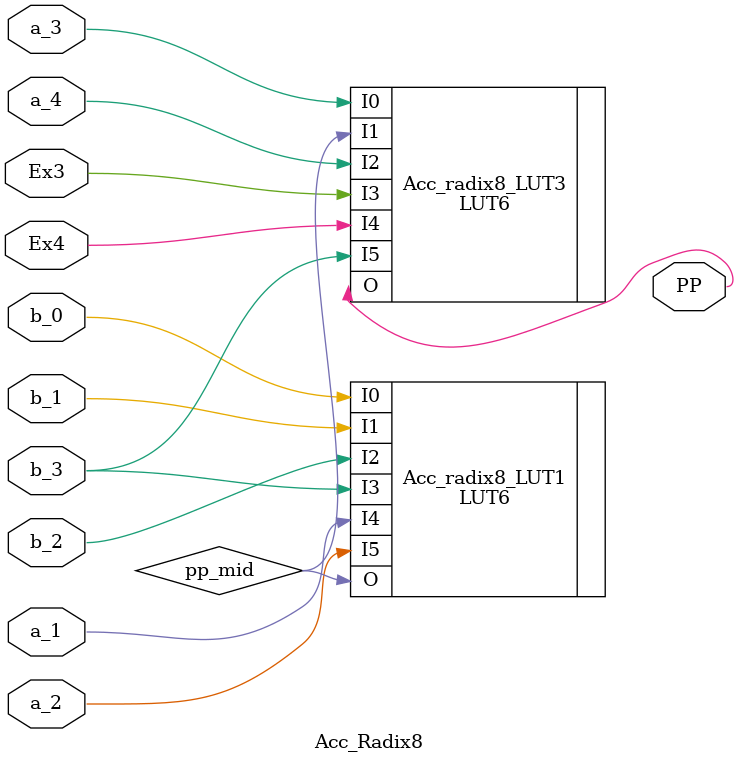
<source format=v>
module Acc_Radix8 (
    input  b_3,       //encoding signal b_{3i+2}
    input  b_2,       //encoding signal b_{3i+1}
    input  b_1,       //encoding signal b_{3i}
    input  b_0,       //encoding signal b_{3i-1}    
    
    input Ex3,        //select signal 
    input Ex4,        //select signal 
    
    input  a_1,       //decoding signal a_{j}
    input  a_2,       //decoding signal a_{j-1}
    input  a_3,       //decoding signal 3A_j
    input  a_4,       //decoding signal a_{j-2}
    
    output wire PP    //PP_{i, j}
);
// Initialize parameters
parameter LUT_INIT0 = 64'h001E601818067800;
parameter LUT_INIT1 = 64'hDFCFDDCCFEFCEECC;
wire pp_mid;
LUT6 #(.INIT(LUT_INIT0)) Acc_radix8_LUT1 (
    .I0(b_0), .I1(b_1), .I2(b_2), .I3(b_3), .I4(a_1), .I5(a_2),
    .O(pp_mid)
);//x1 x2,x0
LUT6 #(.INIT(LUT_INIT1)) Acc_radix8_LUT3 (
    .I0(a_3), .I1(pp_mid), .I2(a_4), .I3(Ex3), .I4(Ex4), .I5(b_3),
    .O(PP)//x3 x4
);
endmodule

</source>
